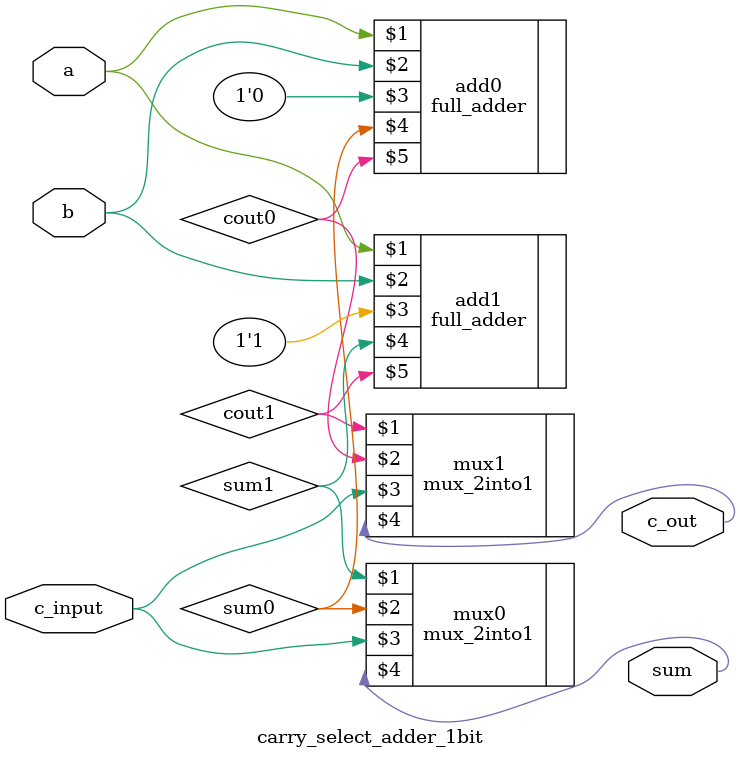
<source format=v>
`timescale 1ns / 1ps

//Implementing 1 bit of carry select adder
module carry_select_adder_1bit(a,b,c_input,sum,c_out);

input a,b,c_input;
output sum,c_out;

wire sum0,cout0,sum1,cout1;

parameter zero = 1'b0;
parameter one = 1'b1;

//Instaniating full adder module twice. Once for Cin =0 and once for Cin =1;
full_adder add0(a,b,zero,sum0,cout0);
full_adder add1(a,b,one,sum1,cout1);

mux_2into1 mux0(sum1,sum0,c_input,sum);// Output as the sum of carry select adder
mux_2into1 mux1(cout1,cout0,c_input,c_out);// Output as the carry that will propagate to next bit


endmodule

</source>
